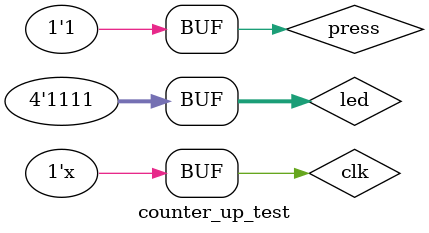
<source format=v>
`timescale 1ns / 1ps


module counter_up_test;

	// Inputs
	reg clk;
	reg press;

	// Outputs
	reg [3:0] led;
	wire sound;

	// Instantiate the Unit Under Test (UUT)
	counter_up uut (
		.clk(clk), 
		.led(led), 
		.press(press), 
		.sound(sound)
	);

	initial begin
		// Initialize Inputs
		clk = 0;
		press = 1;
		led = 4'b0000;

		// Wait 100 ns for global reset to finish
		#100;
        
		// Add stimulus here
	end
	
	always
		#5 clk = !clk;
		initial begin
			led = 4'b1111;
		end
	
	initial begin
		$dumpfile("counter_up_test.vcd");
		$dumpvars;
	end
	initial begin
		$display("\t\ttime,\tclk,\tpress,\tled,\tcounter");
		$monitor("%d,\t%b,\t%b,\t%b,\t%d",$time, clk, press, led, sound);
	end
      
endmodule


</source>
